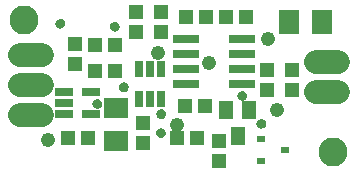
<source format=gts>
G75*
G70*
%OFA0B0*%
%FSLAX24Y24*%
%IPPOS*%
%LPD*%
%AMOC8*
5,1,8,0,0,1.08239X$1,22.5*
%
%ADD10C,0.0970*%
%ADD11R,0.0600X0.0300*%
%ADD12C,0.0789*%
%ADD13R,0.0789X0.0710*%
%ADD14R,0.0710X0.0790*%
%ADD15R,0.0285X0.0220*%
%ADD16R,0.0285X0.0225*%
%ADD17R,0.0300X0.0580*%
%ADD18R,0.0474X0.0513*%
%ADD19R,0.0513X0.0474*%
%ADD20C,0.0330*%
%ADD21C,0.0050*%
%ADD22R,0.0474X0.0631*%
%ADD23R,0.0860X0.0300*%
%ADD24C,0.0476*%
D10*
X003860Y009458D03*
X014170Y005058D03*
D11*
X006120Y006318D03*
X005200Y006318D03*
X005200Y006688D03*
X005200Y007058D03*
X006120Y007058D03*
D12*
X004464Y007308D02*
X003755Y007308D01*
X003755Y006308D02*
X004464Y006308D01*
X004464Y008308D02*
X003755Y008308D01*
X013625Y008058D02*
X014334Y008058D01*
X014334Y007058D02*
X013625Y007058D01*
D13*
X006930Y006549D03*
X006930Y005447D03*
D14*
X012700Y009388D03*
X013819Y009388D03*
D15*
X012560Y005138D03*
D16*
X011784Y004767D03*
X011784Y005510D03*
D17*
X008450Y006828D03*
X008080Y006828D03*
X007710Y006828D03*
X007710Y007848D03*
X008080Y007848D03*
X008450Y007848D03*
D18*
X007840Y005364D03*
X007840Y006033D03*
X008985Y005528D03*
X009654Y005528D03*
X006914Y007778D03*
X006245Y007778D03*
X006235Y008618D03*
X006904Y008618D03*
X007600Y009064D03*
X007600Y009733D03*
X010605Y009568D03*
X011274Y009568D03*
D19*
X009954Y009558D03*
X009285Y009558D03*
X008430Y009733D03*
X008430Y009064D03*
X005570Y008663D03*
X005570Y007994D03*
X005345Y005548D03*
X006014Y005548D03*
X009235Y006598D03*
X009904Y006598D03*
X010370Y005443D03*
X010370Y004774D03*
X011980Y007144D03*
X012800Y007144D03*
X012800Y007813D03*
X011980Y007813D03*
D20*
X011150Y006938D03*
X011790Y006008D03*
X008450Y006328D03*
X008440Y005698D03*
X006320Y006668D03*
X007200Y007218D03*
X006900Y009248D03*
X005090Y009348D03*
D21*
X004965Y009348D02*
X004967Y009370D01*
X004973Y009391D01*
X004982Y009410D01*
X004994Y009428D01*
X005010Y009444D01*
X005027Y009456D01*
X005047Y009465D01*
X005068Y009471D01*
X005090Y009473D01*
X005112Y009471D01*
X005133Y009465D01*
X005152Y009456D01*
X005170Y009444D01*
X005186Y009428D01*
X005198Y009410D01*
X005207Y009391D01*
X005213Y009370D01*
X005215Y009348D01*
X005213Y009326D01*
X005207Y009305D01*
X005198Y009286D01*
X005186Y009268D01*
X005170Y009252D01*
X005153Y009240D01*
X005133Y009231D01*
X005112Y009225D01*
X005090Y009223D01*
X005068Y009225D01*
X005047Y009231D01*
X005027Y009240D01*
X005010Y009252D01*
X004994Y009268D01*
X004982Y009285D01*
X004973Y009305D01*
X004967Y009326D01*
X004965Y009348D01*
X006775Y009248D02*
X006777Y009270D01*
X006783Y009291D01*
X006792Y009310D01*
X006804Y009328D01*
X006820Y009344D01*
X006837Y009356D01*
X006857Y009365D01*
X006878Y009371D01*
X006900Y009373D01*
X006922Y009371D01*
X006943Y009365D01*
X006962Y009356D01*
X006980Y009344D01*
X006996Y009328D01*
X007008Y009310D01*
X007017Y009291D01*
X007023Y009270D01*
X007025Y009248D01*
X007023Y009226D01*
X007017Y009205D01*
X007008Y009186D01*
X006996Y009168D01*
X006980Y009152D01*
X006963Y009140D01*
X006943Y009131D01*
X006922Y009125D01*
X006900Y009123D01*
X006878Y009125D01*
X006857Y009131D01*
X006837Y009140D01*
X006820Y009152D01*
X006804Y009168D01*
X006792Y009185D01*
X006783Y009205D01*
X006777Y009226D01*
X006775Y009248D01*
X007075Y007218D02*
X007077Y007240D01*
X007083Y007261D01*
X007092Y007280D01*
X007104Y007298D01*
X007120Y007314D01*
X007137Y007326D01*
X007157Y007335D01*
X007178Y007341D01*
X007200Y007343D01*
X007222Y007341D01*
X007243Y007335D01*
X007262Y007326D01*
X007280Y007314D01*
X007296Y007298D01*
X007308Y007280D01*
X007317Y007261D01*
X007323Y007240D01*
X007325Y007218D01*
X007323Y007196D01*
X007317Y007175D01*
X007308Y007156D01*
X007296Y007138D01*
X007280Y007122D01*
X007263Y007110D01*
X007243Y007101D01*
X007222Y007095D01*
X007200Y007093D01*
X007178Y007095D01*
X007157Y007101D01*
X007137Y007110D01*
X007120Y007122D01*
X007104Y007138D01*
X007092Y007155D01*
X007083Y007175D01*
X007077Y007196D01*
X007075Y007218D01*
X006195Y006668D02*
X006197Y006690D01*
X006203Y006711D01*
X006212Y006730D01*
X006224Y006748D01*
X006240Y006764D01*
X006257Y006776D01*
X006277Y006785D01*
X006298Y006791D01*
X006320Y006793D01*
X006342Y006791D01*
X006363Y006785D01*
X006382Y006776D01*
X006400Y006764D01*
X006416Y006748D01*
X006428Y006730D01*
X006437Y006711D01*
X006443Y006690D01*
X006445Y006668D01*
X006443Y006646D01*
X006437Y006625D01*
X006428Y006606D01*
X006416Y006588D01*
X006400Y006572D01*
X006383Y006560D01*
X006363Y006551D01*
X006342Y006545D01*
X006320Y006543D01*
X006298Y006545D01*
X006277Y006551D01*
X006257Y006560D01*
X006240Y006572D01*
X006224Y006588D01*
X006212Y006605D01*
X006203Y006625D01*
X006197Y006646D01*
X006195Y006668D01*
X008325Y006328D02*
X008327Y006350D01*
X008333Y006371D01*
X008342Y006390D01*
X008354Y006408D01*
X008370Y006424D01*
X008387Y006436D01*
X008407Y006445D01*
X008428Y006451D01*
X008450Y006453D01*
X008472Y006451D01*
X008493Y006445D01*
X008512Y006436D01*
X008530Y006424D01*
X008546Y006408D01*
X008558Y006390D01*
X008567Y006371D01*
X008573Y006350D01*
X008575Y006328D01*
X008573Y006306D01*
X008567Y006285D01*
X008558Y006266D01*
X008546Y006248D01*
X008530Y006232D01*
X008513Y006220D01*
X008493Y006211D01*
X008472Y006205D01*
X008450Y006203D01*
X008428Y006205D01*
X008407Y006211D01*
X008387Y006220D01*
X008370Y006232D01*
X008354Y006248D01*
X008342Y006265D01*
X008333Y006285D01*
X008327Y006306D01*
X008325Y006328D01*
X008315Y005698D02*
X008317Y005720D01*
X008323Y005741D01*
X008332Y005760D01*
X008344Y005778D01*
X008360Y005794D01*
X008377Y005806D01*
X008397Y005815D01*
X008418Y005821D01*
X008440Y005823D01*
X008462Y005821D01*
X008483Y005815D01*
X008502Y005806D01*
X008520Y005794D01*
X008536Y005778D01*
X008548Y005760D01*
X008557Y005741D01*
X008563Y005720D01*
X008565Y005698D01*
X008563Y005676D01*
X008557Y005655D01*
X008548Y005636D01*
X008536Y005618D01*
X008520Y005602D01*
X008503Y005590D01*
X008483Y005581D01*
X008462Y005575D01*
X008440Y005573D01*
X008418Y005575D01*
X008397Y005581D01*
X008377Y005590D01*
X008360Y005602D01*
X008344Y005618D01*
X008332Y005635D01*
X008323Y005655D01*
X008317Y005676D01*
X008315Y005698D01*
X011025Y006938D02*
X011027Y006960D01*
X011033Y006981D01*
X011042Y007000D01*
X011054Y007018D01*
X011070Y007034D01*
X011087Y007046D01*
X011107Y007055D01*
X011128Y007061D01*
X011150Y007063D01*
X011172Y007061D01*
X011193Y007055D01*
X011212Y007046D01*
X011230Y007034D01*
X011246Y007018D01*
X011258Y007000D01*
X011267Y006981D01*
X011273Y006960D01*
X011275Y006938D01*
X011273Y006916D01*
X011267Y006895D01*
X011258Y006876D01*
X011246Y006858D01*
X011230Y006842D01*
X011213Y006830D01*
X011193Y006821D01*
X011172Y006815D01*
X011150Y006813D01*
X011128Y006815D01*
X011107Y006821D01*
X011087Y006830D01*
X011070Y006842D01*
X011054Y006858D01*
X011042Y006875D01*
X011033Y006895D01*
X011027Y006916D01*
X011025Y006938D01*
X011665Y006008D02*
X011667Y006030D01*
X011673Y006051D01*
X011682Y006070D01*
X011694Y006088D01*
X011710Y006104D01*
X011727Y006116D01*
X011747Y006125D01*
X011768Y006131D01*
X011790Y006133D01*
X011812Y006131D01*
X011833Y006125D01*
X011852Y006116D01*
X011870Y006104D01*
X011886Y006088D01*
X011898Y006070D01*
X011907Y006051D01*
X011913Y006030D01*
X011915Y006008D01*
X011913Y005986D01*
X011907Y005965D01*
X011898Y005946D01*
X011886Y005928D01*
X011870Y005912D01*
X011853Y005900D01*
X011833Y005891D01*
X011812Y005885D01*
X011790Y005883D01*
X011768Y005885D01*
X011747Y005891D01*
X011727Y005900D01*
X011710Y005912D01*
X011694Y005928D01*
X011682Y005945D01*
X011673Y005965D01*
X011667Y005986D01*
X011665Y006008D01*
D22*
X011374Y006461D03*
X010625Y006461D03*
X011000Y005595D03*
D23*
X011150Y007318D03*
X011150Y007818D03*
X011150Y008318D03*
X011150Y008818D03*
X009290Y008818D03*
X009290Y008318D03*
X009290Y007818D03*
X009290Y007318D03*
D24*
X010040Y008028D03*
X008340Y008358D03*
X008980Y005958D03*
X012300Y006478D03*
X012000Y008818D03*
X004680Y005458D03*
M02*

</source>
